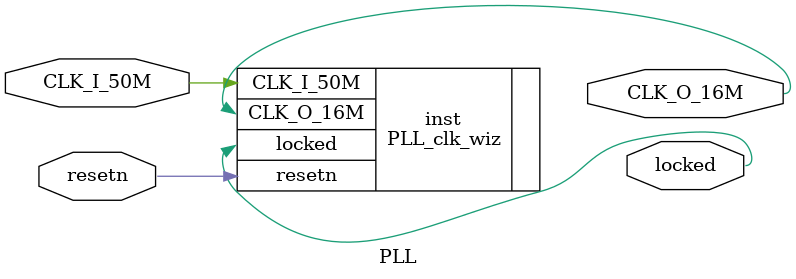
<source format=v>


`timescale 1ps/1ps

(* CORE_GENERATION_INFO = "PLL,clk_wiz_v6_0_3_0_0,{component_name=PLL,use_phase_alignment=true,use_min_o_jitter=false,use_max_i_jitter=false,use_dyn_phase_shift=false,use_inclk_switchover=false,use_dyn_reconfig=false,enable_axi=0,feedback_source=FDBK_AUTO,PRIMITIVE=MMCM,num_out_clk=1,clkin1_period=20.000,clkin2_period=10.0,use_power_down=false,use_reset=true,use_locked=true,use_inclk_stopped=false,feedback_type=SINGLE,CLOCK_MGR_TYPE=NA,manual_override=false}" *)

module PLL 
 (
  // Clock out ports
  output        CLK_O_16M,
  // Status and control signals
  input         resetn,
  output        locked,
 // Clock in ports
  input         CLK_I_50M
 );

  PLL_clk_wiz inst
  (
  // Clock out ports  
  .CLK_O_16M(CLK_O_16M),
  // Status and control signals               
  .resetn(resetn), 
  .locked(locked),
 // Clock in ports
  .CLK_I_50M(CLK_I_50M)
  );

endmodule

</source>
